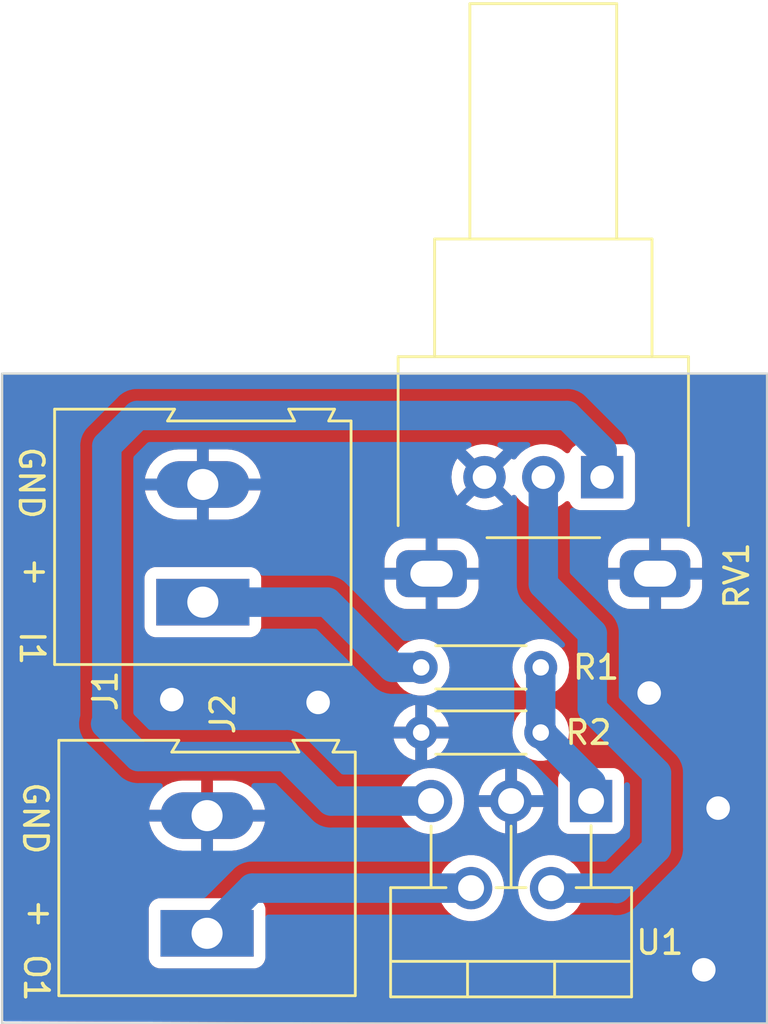
<source format=kicad_pcb>
(kicad_pcb (version 20221018) (generator pcbnew)
  (layers (0 "F.Cu" signal) (31 "B.Cu" signal) (34 "B.Paste" user) (35 "F.Paste" user) (36 "B.SilkS" user "B.Silkscreen") (37 "F.SilkS" user "F.Silkscreen") (38 "B.Mask" user) (39 "F.Mask" user) (44 "Edge.Cuts" user))
  (net 0 "")
  (net 1 "V1")
  (net 2 "VGND")
  (net 3 "V4")
  (net 4 "V2")
  (net 5 "V3")
  (footprint "TerminalBlock:TerminalBlock_Altech_AK300-2_P5.00mm" (layer "F.Cu") (at 104.73 97.79 90)
    (fp_text reference "J2" (at 9.32 0.67 90) (layer "F.SilkS"))
    (fp_text value "~")
    (fp_line (start -2.65 -6.3) (end -2.65 6.3) (stroke (width 0.12)) (layer "F.SilkS"))
    (fp_line (start -2.65 6.3) (end 7.7 6.3) (stroke (width 0.12)) (layer "F.SilkS"))
    (fp_line (start 7.7 -1.5) (end 8.2 -1.2) (stroke (width 0.12)) (layer "F.SilkS"))
    (fp_line (start 7.7 3.9) (end 7.7 -1.5) (stroke (width 0.12)) (layer "F.SilkS"))
    (fp_line (start 7.7 5.35) (end 8.2 5.6) (stroke (width 0.12)) (layer "F.SilkS"))
    (fp_line (start 7.7 6.3) (end 7.7 5.35) (stroke (width 0.12)) (layer "F.SilkS"))
    (fp_line (start 8.2 -6.3) (end -2.65 -6.3) (stroke (width 0.12)) (layer "F.SilkS"))
    (fp_line (start 8.2 -1.2) (end 8.2 -6.3) (stroke (width 0.12)) (layer "F.SilkS"))
    (fp_line (start 8.2 3.65) (end 7.7 3.9) (stroke (width 0.12)) (layer "F.SilkS"))
    (fp_line (start 8.2 3.7) (end 8.2 3.65) (stroke (width 0.12)) (layer "F.SilkS"))
    (fp_line (start 8.2 5.6) (end 8.2 3.7) (stroke (width 0.12)) (layer "F.SilkS"))
    (pad "1" thru_hole rect (at 0 0 90) (size 1.98 3.96) (drill 1.32) (layers "*.Cu" "*.Mask") (net 3 "V4"))
    (pad "2" thru_hole oval (at 5 0 90) (size 1.98 3.96) (drill 1.32) (layers "*.Cu" "*.Mask") (net 2 "VGND"))
  )
  (footprint "Potentiometer_THT:Potentiometer_Alps_RK09L_Single_Horizontal" (layer "F.Cu") (at 121.52 78.41 -90)
    (fp_text reference "RV1" (at 4.18 -5.72 90) (layer "F.SilkS"))
    (fp_text value "100k")
    (fp_line (start -20.12 5.62) (end -20.12 -0.62) (stroke (width 0.12)) (layer "F.SilkS"))
    (fp_line (start -10.12 -0.62) (end -20.12 -0.62) (stroke (width 0.12)) (layer "F.SilkS"))
    (fp_line (start -10.12 5.62) (end -20.12 5.62) (stroke (width 0.12)) (layer "F.SilkS"))
    (fp_line (start -10.12 7.12) (end -10.12 -2.12) (stroke (width 0.12)) (layer "F.SilkS"))
    (fp_line (start -5.12 -2.12) (end -10.12 -2.12) (stroke (width 0.12)) (layer "F.SilkS"))
    (fp_line (start -5.12 7.12) (end -10.12 7.12) (stroke (width 0.12)) (layer "F.SilkS"))
    (fp_line (start -5.12 8.67) (end -5.12 -3.67) (stroke (width 0.12)) (layer "F.SilkS"))
    (fp_line (start 2.059 -3.67) (end -5.12 -3.67) (stroke (width 0.12)) (layer "F.SilkS"))
    (fp_line (start 2.059 8.67) (end -5.12 8.67) (stroke (width 0.12)) (layer "F.SilkS"))
    (fp_line (start 2.571 4.894) (end 2.571 0.105) (stroke (width 0.12)) (layer "F.SilkS"))
    (pad "1" thru_hole rect (at 0 0 90) (size 1.8 1.8) (drill 1) (layers "*.Cu" "*.Mask") (net 1 "V1"))
    (pad "2" thru_hole circle (at 0 2.5 90) (size 1.8 1.8) (drill 1) (layers "*.Cu" "*.Mask") (net 5 "V3"))
    (pad "3" thru_hole circle (at 0 5 90) (size 1.8 1.8) (drill 1) (layers "*.Cu" "*.Mask") (net 2 "VGND"))
    (pad "MP" thru_hole roundrect (at 4.1 -2.25 180) (size 3 2) (drill oval 1.8 1.1) (layers "*.Cu" "*.Mask") (net 2 "VGND"))
    (pad "MP" thru_hole roundrect (at 4.1 7.25 180) (size 3 2) (drill oval 1.8 1.1) (layers "*.Cu" "*.Mask") (net 2 "VGND"))
  )
  (footprint "Package_TO_SOT_THT:TO-220-5_P3.4x3.7mm_StaggerOdd_Lead3.8mm_Vertical" (layer "F.Cu") (at 121.05 92.17 180)
    (fp_text reference "U1" (at -2.92 -6.01) (layer "F.SilkS"))
    (fp_text value "~")
    (fp_line (start -1.721 -8.32) (end -1.721 -3.679) (stroke (width 0.12)) (layer "F.SilkS"))
    (fp_line (start -1.721 -8.32) (end 8.52 -8.32) (stroke (width 0.12)) (layer "F.SilkS"))
    (fp_line (start -1.721 -6.811) (end 8.52 -6.811) (stroke (width 0.12)) (layer "F.SilkS"))
    (fp_line (start -1.721 -3.679) (end 0.635 -3.679) (stroke (width 0.12)) (layer "F.SilkS"))
    (fp_line (start 0 -3.679) (end 0 -1.049) (stroke (width 0.12)) (layer "F.SilkS"))
    (fp_line (start 1.55 -8.32) (end 1.55 -6.811) (stroke (width 0.12)) (layer "F.SilkS"))
    (fp_line (start 2.765 -3.679) (end 4.035 -3.679) (stroke (width 0.12)) (layer "F.SilkS"))
    (fp_line (start 3.4 -3.679) (end 3.4 -1.065) (stroke (width 0.12)) (layer "F.SilkS"))
    (fp_line (start 5.25 -8.32) (end 5.25 -6.811) (stroke (width 0.12)) (layer "F.SilkS"))
    (fp_line (start 6.165 -3.679) (end 8.52 -3.679) (stroke (width 0.12)) (layer "F.SilkS"))
    (fp_line (start 6.8 -3.679) (end 6.8 -1.065) (stroke (width 0.12)) (layer "F.SilkS"))
    (fp_line (start 8.52 -8.32) (end 8.52 -3.679) (stroke (width 0.12)) (layer "F.SilkS"))
    (pad "1" thru_hole rect (at 0 0 180) (size 1.8 1.8) (drill 1.1) (layers "*.Cu" "*.Mask") (net 4 "V2"))
    (pad "2" thru_hole oval (at 1.7 -3.7 180) (size 1.8 1.8) (drill 1.1) (layers "*.Cu" "*.Mask") (net 5 "V3"))
    (pad "3" thru_hole oval (at 3.4 0 180) (size 1.8 1.8) (drill 1.1) (layers "*.Cu" "*.Mask") (net 2 "VGND"))
    (pad "4" thru_hole oval (at 5.1 -3.7 180) (size 1.8 1.8) (drill 1.1) (layers "*.Cu" "*.Mask") (net 3 "V4"))
    (pad "5" thru_hole oval (at 6.8 0 180) (size 1.8 1.8) (drill 1.1) (layers "*.Cu" "*.Mask") (net 1 "V1"))
  )
  (footprint "Resistor_THT:R_Axial_DIN0204_L3.6mm_D1.6mm_P5.08mm_Horizontal" (layer "F.Cu") (at 113.83 86.49)
    (fp_text reference "R1" (at 7.43 0) (layer "F.SilkS"))
    (fp_text value "100k")
    (fp_line (start 0.62 -0.92) (end 4.46 -0.92) (stroke (width 0.12)) (layer "F.SilkS"))
    (fp_line (start 0.62 0.92) (end 4.46 0.92) (stroke (width 0.12)) (layer "F.SilkS"))
    (pad "1" thru_hole circle (at 0 0) (size 1.4 1.4) (drill 0.7) (layers "*.Cu" "*.Mask") (net 1 "V1"))
    (pad "2" thru_hole oval (at 5.08 0) (size 1.4 1.4) (drill 0.7) (layers "*.Cu" "*.Mask") (net 4 "V2"))
  )
  (footprint "Resistor_THT:R_Axial_DIN0204_L3.6mm_D1.6mm_P5.08mm_Horizontal" (layer "F.Cu") (at 118.91 89.26 180)
    (fp_text reference "R2" (at -2.03 0) (layer "F.SilkS"))
    (fp_text value "100k")
    (fp_line (start 0.62 -0.92) (end 4.46 -0.92) (stroke (width 0.12)) (layer "F.SilkS"))
    (fp_line (start 0.62 0.92) (end 4.46 0.92) (stroke (width 0.12)) (layer "F.SilkS"))
    (pad "1" thru_hole circle (at 0 0 180) (size 1.4 1.4) (drill 0.7) (layers "*.Cu" "*.Mask") (net 4 "V2"))
    (pad "2" thru_hole oval (at 5.08 0 180) (size 1.4 1.4) (drill 0.7) (layers "*.Cu" "*.Mask") (net 2 "VGND"))
  )
  (footprint "TerminalBlock:TerminalBlock_Altech_AK300-2_P5.00mm" (layer "F.Cu") (at 104.55 83.72 90)
    (fp_text reference "J1" (at -3.77 -4.14 90) (layer "F.SilkS"))
    (fp_text value "~")
    (fp_line (start -2.65 -6.3) (end -2.65 6.3) (stroke (width 0.12)) (layer "F.SilkS"))
    (fp_line (start -2.65 6.3) (end 7.7 6.3) (stroke (width 0.12)) (layer "F.SilkS"))
    (fp_line (start 7.7 -1.5) (end 8.2 -1.2) (stroke (width 0.12)) (layer "F.SilkS"))
    (fp_line (start 7.7 3.9) (end 7.7 -1.5) (stroke (width 0.12)) (layer "F.SilkS"))
    (fp_line (start 7.7 5.35) (end 8.2 5.6) (stroke (width 0.12)) (layer "F.SilkS"))
    (fp_line (start 7.7 6.3) (end 7.7 5.35) (stroke (width 0.12)) (layer "F.SilkS"))
    (fp_line (start 8.2 -6.3) (end -2.65 -6.3) (stroke (width 0.12)) (layer "F.SilkS"))
    (fp_line (start 8.2 -1.2) (end 8.2 -6.3) (stroke (width 0.12)) (layer "F.SilkS"))
    (fp_line (start 8.2 3.65) (end 7.7 3.9) (stroke (width 0.12)) (layer "F.SilkS"))
    (fp_line (start 8.2 3.7) (end 8.2 3.65) (stroke (width 0.12)) (layer "F.SilkS"))
    (fp_line (start 8.2 5.6) (end 8.2 3.7) (stroke (width 0.12)) (layer "F.SilkS"))
    (pad "1" thru_hole rect (at 0 0 90) (size 1.98 3.96) (drill 1.32) (layers "*.Cu" "*.Mask") (net 1 "V1"))
    (pad "2" thru_hole oval (at 5 0 90) (size 1.98 3.96) (drill 1.32) (layers "*.Cu" "*.Mask") (net 2 "VGND"))
  )
  (gr_rect (start 96.02 74.01) (end 128.53 101.62) (stroke (width 0.1)) (fill none) (layer "Edge.Cuts"))
  (gr_text "+" (at 96.84 97.47) (layer "F.SilkS") (effects (font (size 1 1)) (justify left bottom)))
  (gr_text "I1" (at 96.71 84.86 -90) (layer "F.SilkS") (effects (font (size 1 1)) (justify left bottom)))
  (gr_text "GND" (at 96.85 91.28 -90) (layer "F.SilkS") (effects (font (size 1 1)) (justify left bottom)))
  (gr_text "GND" (at 96.67 77.03 -90) (layer "F.SilkS") (effects (font (size 1 1)) (justify left bottom)))
  (gr_text "O1" (at 96.89 98.58 -90) (layer "F.SilkS") (effects (font (size 1 1)) (justify left bottom)))
  (gr_text "+" (at 96.67 82.95) (layer "F.SilkS") (effects (font (size 1 1)) (justify left bottom)))
  (segment (start 121.52 78.41) (end 121.52 77.28) (width 1.25) (layer "B.Cu") (net 1))
  (segment (start 101.81 90.28) (end 108.11 90.28) (width 1.25) (layer "B.Cu") (net 1))
  (segment (start 100.42 88.89) (end 101.81 90.28) (width 1.25) (layer "B.Cu") (net 1))
  (segment (start 100.47 77.08) (end 100.47 88.84) (width 1.25) (layer "B.Cu") (net 1))
  (segment (start 110 92.17) (end 114.25 92.17) (width 1.25) (layer "B.Cu") (net 1))
  (segment (start 112.61 86.49) (end 109.84 83.72) (width 1.25) (layer "B.Cu") (net 1))
  (segment (start 109.84 83.72) (end 104.55 83.72) (width 1.25) (layer "B.Cu") (net 1))
  (segment (start 113.83 86.49) (end 112.61 86.49) (width 1.25) (layer "B.Cu") (net 1))
  (segment (start 120.03 75.79) (end 101.76 75.79) (width 1.25) (layer "B.Cu") (net 1))
  (segment (start 100.47 88.84) (end 100.42 88.89) (width 1.25) (layer "B.Cu") (net 1))
  (segment (start 101.76 75.79) (end 100.47 77.08) (width 1.25) (layer "B.Cu") (net 1))
  (segment (start 108.11 90.28) (end 110 92.17) (width 1.25) (layer "B.Cu") (net 1))
  (segment (start 121.52 77.28) (end 120.03 75.79) (width 1.25) (layer "B.Cu") (net 1))
  (via (at 126.45 92.47) (size 1.8) (drill 1) (layers "F.Cu" "B.Cu") (net 2))
  (via (at 109.45 87.98) (size 1.8) (drill 1) (layers "F.Cu" "B.Cu") (net 2))
  (via (at 125.84 99.34) (size 1.8) (drill 1) (layers "F.Cu" "B.Cu") (net 2))
  (via (at 103.23 87.86) (size 1.8) (drill 1) (layers "F.Cu" "B.Cu") (net 2))
  (via (at 123.52 87.58) (size 1.8) (drill 1) (layers "F.Cu" "B.Cu") (net 2))
  (segment (start 104.81 98.02) (end 104.8 98.03) (width 0.25) (layer "B.Cu") (net 3))
  (segment (start 106.65 95.87) (end 104.73 97.79) (width 1.25) (layer "B.Cu") (net 3))
  (segment (start 115.95 95.87) (end 106.65 95.87) (width 1.25) (layer "B.Cu") (net 3))
  (segment (start 121.05 91.4) (end 118.91 89.26) (width 1.25) (layer "B.Cu") (net 4))
  (segment (start 121.05 92.17) (end 121.03 92.17) (width 0.25) (layer "B.Cu") (net 4))
  (segment (start 121.05 92.17) (end 121.05 91.4) (width 1.25) (layer "B.Cu") (net 4))
  (segment (start 118.91 89.26) (end 118.91 86.49) (width 1.25) (layer "B.Cu") (net 4))
  (segment (start 122.1 95.87) (end 119.35 95.87) (width 1.25) (layer "B.Cu") (net 5))
  (segment (start 123.83 94.18) (end 122.12 95.89) (width 1.25) (layer "B.Cu") (net 5))
  (segment (start 121.1 85.04) (end 121.1 88.25) (width 1.25) (layer "B.Cu") (net 5))
  (segment (start 119.02 78.41) (end 119.02 82.96) (width 1.25) (layer "B.Cu") (net 5))
  (segment (start 123.83 90.98) (end 123.83 94.18) (width 1.25) (layer "B.Cu") (net 5))
  (segment (start 121.1 88.25) (end 123.83 90.98) (width 1.25) (layer "B.Cu") (net 5))
  (segment (start 119.02 82.96) (end 121.1 85.04) (width 1.25) (layer "B.Cu") (net 5))
  (segment (start 122.12 95.89) (end 122.1 95.87) (width 1.25) (layer "B.Cu") (net 5))
  (zone (net 2) (net_name "VGND") (layers "F&B.Cu") (connect_pads (clearance 0.5)) (min_thickness 0.25) (fill yes (thermal_gap 0.5) (thermal_bridge_width 0.5))
    (polygon (pts (xy 95.93 74.01) (xy 128.53 74.01) (xy 128.53 101.62) (xy 95.93 101.53)))
  )
)
</source>
